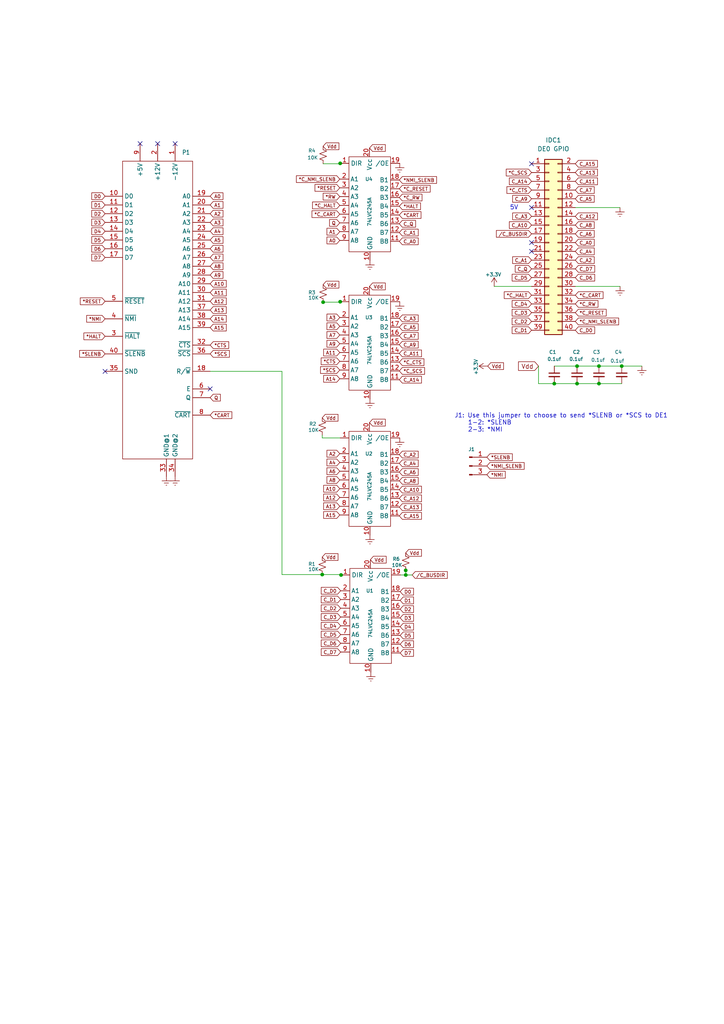
<source format=kicad_sch>
(kicad_sch (version 20211123) (generator eeschema)
  (paper "A4" portrait)
  (title_block (title "CoCo FPGA Hat (DE0 Version)") (date "2023-01-16") (rev "Rev 0") (company "RCC") (comment 1 "to 3.3v systems with voltage conversion") (comment 2 "Cartridge for TRS-80 Color Computers that expose the Computer BUS") (comment 3 "IDC connector pinout mapped for Altera DE0 FPGA Development Board"))
  (lib_symbols
    (symbol "74LVC245A_2"
      (property "Reference" "U" (at 0 0 0))
      (property "Value" "74LVC245A_2" (at 0 0 0))
      (symbol "74LVC245A_2_0_1"
        (rectangle (start -64.643 89.535) (end -52.578 61.976))
      )
      (symbol "74LVC245A_2_1_1"
        (pin input line (at -67.183 87.63 0) (length 2.54) (name "DIR") (number "1"))
        (pin power_in line (at -58.547 59.436 90) (length 2.54) (name "GND") (number "10"))
        (pin bidirectional line (at -50.038 65.024 180) (length 2.54) (name "B8") (number "11"))
        (pin bidirectional line (at -50.038 67.564 180) (length 2.54) (name "B7") (number "12"))
        (pin bidirectional line (at -50.038 70.104 180) (length 2.54) (name "B6") (number "13"))
        (pin bidirectional line (at -50.038 72.644 180) (length 2.54) (name "B5") (number "14"))
        (pin bidirectional line (at -50.038 75.184 180) (length 2.54) (name "B4") (number "15"))
        (pin bidirectional line (at -50.038 77.724 180) (length 2.54) (name "B3") (number "16"))
        (pin bidirectional line (at -50.038 80.264 180) (length 2.54) (name "B2") (number "17"))
        (pin bidirectional line (at -50.038 82.804 180) (length 2.54) (name "B1") (number "18"))
        (pin input line (at -49.911 87.63 180) (length 2.54) (name "/OE") (number "19"))
        (pin bidirectional line (at -67.31 83.058 0) (length 2.54) (name "A1") (number "2"))
        (pin power_in line (at -58.674 92.075 270) (length 2.54) (name "Vcc") (number "20"))
        (pin bidirectional line (at -67.31 80.518 0) (length 2.54) (name "A2") (number "3"))
        (pin bidirectional line (at -67.31 77.978 0) (length 2.54) (name "A3") (number "4"))
        (pin bidirectional line (at -67.31 75.438 0) (length 2.54) (name "A4") (number "5"))
        (pin bidirectional line (at -67.31 72.898 0) (length 2.54) (name "A5") (number "6"))
        (pin bidirectional line (at -67.31 70.358 0) (length 2.54) (name "A6") (number "7"))
        (pin bidirectional line (at -67.31 67.818 0) (length 2.54) (name "A7") (number "8"))
        (pin bidirectional line (at -67.31 65.278 0) (length 2.54) (name "A8") (number "9"))
      )
    )
    (symbol "74LVC245A_3"
      (property "Reference" "U" (at 0 0 0))
      (property "Value" "74LVC245A_3" (at 0 0 0))
      (symbol "74LVC245A_3_0_1"
        (rectangle (start -64.643 89.535) (end -52.578 61.976))
      )
      (symbol "74LVC245A_3_1_1"
        (pin input line (at -67.183 87.63 0) (length 2.54) (name "DIR") (number "1"))
        (pin power_in line (at -58.547 59.436 90) (length 2.54) (name "GND") (number "10"))
        (pin bidirectional line (at -50.038 65.024 180) (length 2.54) (name "B8") (number "11"))
        (pin bidirectional line (at -50.038 67.564 180) (length 2.54) (name "B7") (number "12"))
        (pin bidirectional line (at -50.038 70.104 180) (length 2.54) (name "B6") (number "13"))
        (pin bidirectional line (at -50.038 72.644 180) (length 2.54) (name "B5") (number "14"))
        (pin bidirectional line (at -50.038 75.184 180) (length 2.54) (name "B4") (number "15"))
        (pin bidirectional line (at -50.038 77.724 180) (length 2.54) (name "B3") (number "16"))
        (pin bidirectional line (at -50.038 80.264 180) (length 2.54) (name "B2") (number "17"))
        (pin bidirectional line (at -50.038 82.804 180) (length 2.54) (name "B1") (number "18"))
        (pin input line (at -49.911 87.63 180) (length 2.54) (name "/OE") (number "19"))
        (pin bidirectional line (at -67.31 83.058 0) (length 2.54) (name "A1") (number "2"))
        (pin power_in line (at -58.674 92.075 270) (length 2.54) (name "Vcc") (number "20"))
        (pin bidirectional line (at -67.31 80.518 0) (length 2.54) (name "A2") (number "3"))
        (pin bidirectional line (at -67.31 77.978 0) (length 2.54) (name "A3") (number "4"))
        (pin bidirectional line (at -67.31 75.438 0) (length 2.54) (name "A4") (number "5"))
        (pin bidirectional line (at -67.31 72.898 0) (length 2.54) (name "A5") (number "6"))
        (pin bidirectional line (at -67.31 70.358 0) (length 2.54) (name "A6") (number "7"))
        (pin bidirectional line (at -67.31 67.818 0) (length 2.54) (name "A7") (number "8"))
        (pin bidirectional line (at -67.31 65.278 0) (length 2.54) (name "A8") (number "9"))
      )
    )
    (symbol "74LVC245A_4"
      (property "Reference" "U" (at 0 0 0))
      (property "Value" "74LVC245A_4" (at 0 0 0))
      (symbol "74LVC245A_4_0_1"
        (rectangle (start -64.643 89.535) (end -52.578 61.976))
      )
      (symbol "74LVC245A_4_1_1"
        (pin input line (at -67.183 87.63 0) (length 2.54) (name "DIR") (number "1"))
        (pin power_in line (at -58.547 59.436 90) (length 2.54) (name "GND") (number "10"))
        (pin bidirectional line (at -50.038 65.024 180) (length 2.54) (name "B8") (number "11"))
        (pin bidirectional line (at -50.038 67.564 180) (length 2.54) (name "B7") (number "12"))
        (pin bidirectional line (at -50.038 70.104 180) (length 2.54) (name "B6") (number "13"))
        (pin bidirectional line (at -50.038 72.644 180) (length 2.54) (name "B5") (number "14"))
        (pin bidirectional line (at -50.038 75.184 180) (length 2.54) (name "B4") (number "15"))
        (pin bidirectional line (at -50.038 77.724 180) (length 2.54) (name "B3") (number "16"))
        (pin bidirectional line (at -50.038 80.264 180) (length 2.54) (name "B2") (number "17"))
        (pin bidirectional line (at -50.038 82.804 180) (length 2.54) (name "B1") (number "18"))
        (pin input line (at -49.911 87.63 180) (length 2.54) (name "/OE") (number "19"))
        (pin bidirectional line (at -67.31 83.058 0) (length 2.54) (name "A1") (number "2"))
        (pin power_in line (at -58.674 92.075 270) (length 2.54) (name "Vcc") (number "20"))
        (pin bidirectional line (at -67.31 80.518 0) (length 2.54) (name "A2") (number "3"))
        (pin bidirectional line (at -67.31 77.978 0) (length 2.54) (name "A3") (number "4"))
        (pin bidirectional line (at -67.31 75.438 0) (length 2.54) (name "A4") (number "5"))
        (pin bidirectional line (at -67.31 72.898 0) (length 2.54) (name "A5") (number "6"))
        (pin bidirectional line (at -67.31 70.358 0) (length 2.54) (name "A6") (number "7"))
        (pin bidirectional line (at -67.31 67.818 0) (length 2.54) (name "A7") (number "8"))
        (pin bidirectional line (at -67.31 65.278 0) (length 2.54) (name "A8") (number "9"))
      )
    )
    (symbol "Connector:Conn_01x03_Male" (pin_names (offset 1.016) hide)
      (property "Reference" "J" (at 0 5.08 0))
      (property "Value" "Conn_01x03_Male" (at 0 -5.08 0))
      (symbol "Conn_01x03_Male_1_1"
        (polyline (pts (xy 1.27 -2.54) (xy 0.8636 -2.54)) (stroke (width 0.1524)))
        (polyline (pts (xy 1.27 0) (xy 0.8636 0)) (stroke (width 0.1524)))
        (polyline (pts (xy 1.27 2.54) (xy 0.8636 2.54)) (stroke (width 0.1524)))
        (rectangle (start 0.8636 -2.413) (end 0 -2.667) (stroke (width 0.1524)) (fill (type outline)))
        (rectangle (start 0.8636 0.127) (end 0 -0.127) (stroke (width 0.1524)) (fill (type outline)))
        (rectangle (start 0.8636 2.667) (end 0 2.413) (stroke (width 0.1524)) (fill (type outline)))
        (pin passive line (at 5.08 2.54 180) (length 3.81) (name "Pin_1") (number "1"))
        (pin passive line (at 5.08 0 180) (length 3.81) (name "Pin_2") (number "2"))
        (pin passive line (at 5.08 -2.54 180) (length 3.81) (name "Pin_3") (number "3"))
      )
    )
    (symbol "Connector_Generic:Conn_02x20_Odd_Even" (pin_names (offset 1.016) hide)
      (property "Reference" "J" (at 1.27 25.4 0))
      (property "Value" "Conn_02x20_Odd_Even" (at 1.27 -27.94 0))
      (symbol "Conn_02x20_Odd_Even_1_1"
        (rectangle (start -1.27 -25.273) (end 0 -25.527) (stroke (width 0.1524)))
        (rectangle (start -1.27 -22.733) (end 0 -22.987) (stroke (width 0.1524)))
        (rectangle (start -1.27 -20.193) (end 0 -20.447) (stroke (width 0.1524)))
        (rectangle (start -1.27 -17.653) (end 0 -17.907) (stroke (width 0.1524)))
        (rectangle (start -1.27 -15.113) (end 0 -15.367) (stroke (width 0.1524)))
        (rectangle (start -1.27 -12.573) (end 0 -12.827) (stroke (width 0.1524)))
        (rectangle (start -1.27 -10.033) (end 0 -10.287) (stroke (width 0.1524)))
        (rectangle (start -1.27 -7.493) (end 0 -7.747) (stroke (width 0.1524)))
        (rectangle (start -1.27 -4.953) (end 0 -5.207) (stroke (width 0.1524)))
        (rectangle (start -1.27 -2.413) (end 0 -2.667) (stroke (width 0.1524)))
        (rectangle (start -1.27 0.127) (end 0 -0.127) (stroke (width 0.1524)))
        (rectangle (start -1.27 2.667) (end 0 2.413) (stroke (width 0.1524)))
        (rectangle (start -1.27 5.207) (end 0 4.953) (stroke (width 0.1524)))
        (rectangle (start -1.27 7.747) (end 0 7.493) (stroke (width 0.1524)))
        (rectangle (start -1.27 10.287) (end 0 10.033) (stroke (width 0.1524)))
        (rectangle (start -1.27 12.827) (end 0 12.573) (stroke (width 0.1524)))
        (rectangle (start -1.27 15.367) (end 0 15.113) (stroke (width 0.1524)))
        (rectangle (start -1.27 17.907) (end 0 17.653) (stroke (width 0.1524)))
        (rectangle (start -1.27 20.447) (end 0 20.193) (stroke (width 0.1524)))
        (rectangle (start -1.27 22.987) (end 0 22.733) (stroke (width 0.1524)))
        (rectangle (start -1.27 24.13) (end 3.81 -26.67) (stroke (width 0.254)) (fill (type background)))
        (rectangle (start 3.81 -25.273) (end 2.54 -25.527) (stroke (width 0.1524)))
        (rectangle (start 3.81 -22.733) (end 2.54 -22.987) (stroke (width 0.1524)))
        (rectangle (start 3.81 -20.193) (end 2.54 -20.447) (stroke (width 0.1524)))
        (rectangle (start 3.81 -17.653) (end 2.54 -17.907) (stroke (width 0.1524)))
        (rectangle (start 3.81 -15.113) (end 2.54 -15.367) (stroke (width 0.1524)))
        (rectangle (start 3.81 -12.573) (end 2.54 -12.827) (stroke (width 0.1524)))
        (rectangle (start 3.81 -10.033) (end 2.54 -10.287) (stroke (width 0.1524)))
        (rectangle (start 3.81 -7.493) (end 2.54 -7.747) (stroke (width 0.1524)))
        (rectangle (start 3.81 -4.953) (end 2.54 -5.207) (stroke (width 0.1524)))
        (rectangle (start 3.81 -2.413) (end 2.54 -2.667) (stroke (width 0.1524)))
        (rectangle (start 3.81 0.127) (end 2.54 -0.127) (stroke (width 0.1524)))
        (rectangle (start 3.81 2.667) (end 2.54 2.413) (stroke (width 0.1524)))
        (rectangle (start 3.81 5.207) (end 2.54 4.953) (stroke (width 0.1524)))
        (rectangle (start 3.81 7.747) (end 2.54 7.493) (stroke (width 0.1524)))
        (rectangle (start 3.81 10.287) (end 2.54 10.033) (stroke (width 0.1524)))
        (rectangle (start 3.81 12.827) (end 2.54 12.573) (stroke (width 0.1524)))
        (rectangle (start 3.81 15.367) (end 2.54 15.113) (stroke (width 0.1524)))
        (rectangle (start 3.81 17.907) (end 2.54 17.653) (stroke (width 0.1524)))
        (rectangle (start 3.81 20.447) (end 2.54 20.193) (stroke (width 0.1524)))
        (rectangle (start 3.81 22.987) (end 2.54 22.733) (stroke (width 0.1524)))
        (pin passive line (at -5.08 22.86 0) (length 3.81) (name "Pin_1") (number "1"))
        (pin passive line (at 7.62 12.7 180) (length 3.81) (name "Pin_10") (number "10"))
        (pin passive line (at -5.08 10.16 0) (length 3.81) (name "Pin_11") (number "11"))
        (pin passive line (at 7.62 10.16 180) (length 3.81) (name "Pin_12") (number "12"))
        (pin passive line (at -5.08 7.62 0) (length 3.81) (name "Pin_13") (number "13"))
        (pin passive line (at 7.62 7.62 180) (length 3.81) (name "Pin_14") (number "14"))
        (pin passive line (at -5.08 5.08 0) (length 3.81) (name "Pin_15") (number "15"))
        (pin passive line (at 7.62 5.08 180) (length 3.81) (name "Pin_16") (number "16"))
        (pin passive line (at -5.08 2.54 0) (length 3.81) (name "Pin_17") (number "17"))
        (pin passive line (at 7.62 2.54 180) (length 3.81) (name "Pin_18") (number "18"))
        (pin passive line (at -5.08 0 0) (length 3.81) (name "Pin_19") (number "19"))
        (pin passive line (at 7.62 22.86 180) (length 3.81) (name "Pin_2") (number "2"))
        (pin passive line (at 7.62 0 180) (length 3.81) (name "Pin_20") (number "20"))
        (pin passive line (at -5.08 -2.54 0) (length 3.81) (name "Pin_21") (number "21"))
        (pin passive line (at 7.62 -2.54 180) (length 3.81) (name "Pin_22") (number "22"))
        (pin passive line (at -5.08 -5.08 0) (length 3.81) (name "Pin_23") (number "23"))
        (pin passive line (at 7.62 -5.08 180) (length 3.81) (name "Pin_24") (number "24"))
        (pin passive line (at -5.08 -7.62 0) (length 3.81) (name "Pin_25") (number "25"))
        (pin passive line (at 7.62 -7.62 180) (length 3.81) (name "Pin_26") (number "26"))
        (pin passive line (at -5.08 -10.16 0) (length 3.81) (name "Pin_27") (number "27"))
        (pin passive line (at 7.62 -10.16 180) (length 3.81) (name "Pin_28") (number "28"))
        (pin passive line (at -5.08 -12.7 0) (length 3.81) (name "Pin_29") (number "29"))
        (pin passive line (at -5.08 20.32 0) (length 3.81) (name "Pin_3") (number "3"))
        (pin passive line (at 7.62 -12.7 180) (length 3.81) (name "Pin_30") (number "30"))
        (pin passive line (at -5.08 -15.24 0) (length 3.81) (name "Pin_31") (number "31"))
        (pin passive line (at 7.62 -15.24 180) (length 3.81) (name "Pin_32") (number "32"))
        (pin passive line (at -5.08 -17.78 0) (length 3.81) (name "Pin_33") (number "33"))
        (pin passive line (at 7.62 -17.78 180) (length 3.81) (name "Pin_34") (number "34"))
        (pin passive line (at -5.08 -20.32 0) (length 3.81) (name "Pin_35") (number "35"))
        (pin passive line (at 7.62 -20.32 180) (length 3.81) (name "Pin_36") (number "36"))
        (pin passive line (at -5.08 -22.86 0) (length 3.81) (name "Pin_37") (number "37"))
        (pin passive line (at 7.62 -22.86 180) (length 3.81) (name "Pin_38") (number "38"))
        (pin passive line (at -5.08 -25.4 0) (length 3.81) (name "Pin_39") (number "39"))
        (pin passive line (at 7.62 20.32 180) (length 3.81) (name "Pin_4") (number "4"))
        (pin passive line (at 7.62 -25.4 180) (length 3.81) (name "Pin_40") (number "40"))
        (pin passive line (at -5.08 17.78 0) (length 3.81) (name "Pin_5") (number "5"))
        (pin passive line (at 7.62 17.78 180) (length 3.81) (name "Pin_6") (number "6"))
        (pin passive line (at -5.08 15.24 0) (length 3.81) (name "Pin_7") (number "7"))
        (pin passive line (at 7.62 15.24 180) (length 3.81) (name "Pin_8") (number "8"))
        (pin passive line (at -5.08 12.7 0) (length 3.81) (name "Pin_9") (number "9"))
      )
    )
    (symbol "Device:C_Small" (pin_numbers hide) (pin_names (offset 0.254) hide)
      (property "Reference" "C" (at 0.254 1.778 0))
      (property "Value" "C_Small" (at 0.254 -2.032 0))
      (symbol "C_Small_0_1"
        (polyline (pts (xy -1.524 -0.508) (xy 1.524 -0.508)) (stroke (width 0.3302)))
        (polyline (pts (xy -1.524 0.508) (xy 1.524 0.508)) (stroke (width 0.3048)))
      )
      (symbol "C_Small_1_1"
        (pin passive line (at 0 2.54 270) (length 2.032) (name "~") (number "1"))
        (pin passive line (at 0 -2.54 90) (length 2.032) (name "~") (number "2"))
      )
    )
    (symbol "Device:R_Small_US" (pin_numbers hide) (pin_names (offset 0.254) hide)
      (property "Reference" "R" (at 0.762 0.508 0))
      (property "Value" "R_Small_US" (at 0.762 -1.016 0))
      (symbol "R_Small_US_1_1"
        (polyline (pts (xy 0 0) (xy 1.016 -0.381) (xy 0 -0.762) (xy -1.016 -1.143) (xy 0 -1.524)))
        (polyline (pts (xy 0 1.524) (xy 1.016 1.143) (xy 0 0.762) (xy -1.016 0.381) (xy 0 0)))
        (pin passive line (at 0 2.54 270) (length 1.016) (name "~") (number "1"))
        (pin passive line (at 0 -2.54 90) (length 1.016) (name "~") (number "2"))
      )
    )
    (symbol "Roni Symbols:CoCo_Slot_BarePCB"
      (property "Reference" "P" (at 10.16 40.64 0))
      (symbol "CoCo_Slot_BarePCB_1_0"
        (rectangle (start -10.16 40.64) (end 10.16 -45.72))
        (pin passive line (at 5.08 45.72 270) (length 5.08) (name "-12V") (number "1"))
        (pin bidirectional line (at -15.24 30.48 0) (length 5.08) (name "D0") (number "10"))
        (pin bidirectional line (at -15.24 27.94 0) (length 5.08) (name "D1") (number "11"))
        (pin bidirectional line (at -15.24 25.4 0) (length 5.08) (name "D2") (number "12"))
        (pin bidirectional line (at -15.24 22.86 0) (length 5.08) (name "D3") (number "13"))
        (pin bidirectional line (at -15.24 20.32 0) (length 5.08) (name "D4") (number "14"))
        (pin bidirectional line (at -15.24 17.78 0) (length 5.08) (name "D5") (number "15"))
        (pin bidirectional line (at -15.24 15.24 0) (length 5.08) (name "D6") (number "16"))
        (pin bidirectional line (at -15.24 12.7 0) (length 5.08) (name "D7") (number "17"))
        (pin output line (at 15.24 -20.32 180) (length 5.08) (name "R/~{W}") (number "18"))
        (pin output line (at 15.24 30.48 180) (length 5.08) (name "A0") (number "19"))
        (pin passive line (at 0 45.72 270) (length 5.08) (name "+12V") (number "2"))
        (pin output line (at 15.24 27.94 180) (length 5.08) (name "A1") (number "20"))
        (pin output line (at 15.24 25.4 180) (length 5.08) (name "A2") (number "21"))
        (pin output line (at 15.24 22.86 180) (length 5.08) (name "A3") (number "22"))
        (pin output line (at 15.24 20.32 180) (length 5.08) (name "A4") (number "23"))
        (pin output line (at 15.24 17.78 180) (length 5.08) (name "A5") (number "24"))
        (pin output line (at 15.24 15.24 180) (length 5.08) (name "A6") (number "25"))
        (pin output line (at 15.24 12.7 180) (length 5.08) (name "A7") (number "26"))
        (pin output line (at 15.24 10.16 180) (length 5.08) (name "A8") (number "27"))
        (pin output line (at 15.24 7.62 180) (length 5.08) (name "A9") (number "28"))
        (pin output line (at 15.24 5.08 180) (length 5.08) (name "A10") (number "29"))
        (pin bidirectional line (at -15.24 -10.16 0) (length 5.08) (name "~{HALT}") (number "3"))
        (pin output line (at 15.24 2.54 180) (length 5.08) (name "A11") (number "30"))
        (pin output line (at 15.24 0 180) (length 5.08) (name "A12") (number "31"))
        (pin output line (at 15.24 -12.7 180) (length 5.08) (name "~{CTS}") (number "32"))
        (pin passive line (at 2.54 -50.8 90) (length 5.08) (name "GND@1") (number "33"))
        (pin passive line (at 5.08 -50.8 90) (length 5.08) (name "GND@2") (number "34"))
        (pin bidirectional line (at -15.24 -20.32 0) (length 5.08) (name "SND") (number "35"))
        (pin output line (at 15.24 -15.24 180) (length 5.08) (name "~{SCS}") (number "36"))
        (pin output line (at 15.24 -2.54 180) (length 5.08) (name "A13") (number "37"))
        (pin output line (at 15.24 -5.08 180) (length 5.08) (name "A14") (number "38"))
        (pin output line (at 15.24 -7.62 180) (length 5.08) (name "A15") (number "39"))
        (pin bidirectional line (at -15.24 -5.08 0) (length 5.08) (name "~{NMI}") (number "4"))
        (pin input line (at -15.24 -15.24 0) (length 5.08) (name "~{SLENB}") (number "40"))
        (pin bidirectional line (at -15.24 0 0) (length 5.08) (name "~{RESET}") (number "5"))
        (pin output line (at 15.24 -25.4 180) (length 5.08) (name "E") (number "6"))
        (pin output line (at 15.24 -27.94 180) (length 5.08) (name "Q") (number "7"))
        (pin input line (at 15.24 -33.02 180) (length 5.08) (name "~{CART}") (number "8"))
        (pin passive line (at -5.08 45.72 270) (length 5.08) (name "+5V") (number "9"))
      )
    )
    (symbol "Roni:74LVC245A"
      (property "Reference" "U" (at 0 0 0))
      (property "Value" "74LVC245A" (at 0 0 0))
      (symbol "74LVC245A_0_1"
        (rectangle (start -64.643 89.535) (end -52.578 61.976))
      )
      (symbol "74LVC245A_1_1"
        (pin input line (at -67.183 87.63 0) (length 2.54) (name "DIR") (number "1"))
        (pin power_in line (at -58.547 59.436 90) (length 2.54) (name "GND") (number "10"))
        (pin bidirectional line (at -50.038 65.024 180) (length 2.54) (name "B8") (number "11"))
        (pin bidirectional line (at -50.038 67.564 180) (length 2.54) (name "B7") (number "12"))
        (pin bidirectional line (at -50.038 70.104 180) (length 2.54) (name "B6") (number "13"))
        (pin bidirectional line (at -50.038 72.644 180) (length 2.54) (name "B5") (number "14"))
        (pin bidirectional line (at -50.038 75.184 180) (length 2.54) (name "B4") (number "15"))
        (pin bidirectional line (at -50.038 77.724 180) (length 2.54) (name "B3") (number "16"))
        (pin bidirectional line (at -50.038 80.264 180) (length 2.54) (name "B2") (number "17"))
        (pin bidirectional line (at -50.038 82.804 180) (length 2.54) (name "B1") (number "18"))
        (pin input line (at -49.911 87.63 180) (length 2.54) (name "/OE") (number "19"))
        (pin bidirectional line (at -67.31 83.058 0) (length 2.54) (name "A1") (number "2"))
        (pin power_in line (at -58.674 92.075 270) (length 2.54) (name "Vcc") (number "20"))
        (pin bidirectional line (at -67.31 80.518 0) (length 2.54) (name "A2") (number "3"))
        (pin bidirectional line (at -67.31 77.978 0) (length 2.54) (name "A3") (number "4"))
        (pin bidirectional line (at -67.31 75.438 0) (length 2.54) (name "A4") (number "5"))
        (pin bidirectional line (at -67.31 72.898 0) (length 2.54) (name "A5") (number "6"))
        (pin bidirectional line (at -67.31 70.358 0) (length 2.54) (name "A6") (number "7"))
        (pin bidirectional line (at -67.31 67.818 0) (length 2.54) (name "A7") (number "8"))
        (pin bidirectional line (at -67.31 65.278 0) (length 2.54) (name "A8") (number "9"))
      )
    )
    (symbol "power:+3.3V" (power) (pin_names (offset 0))
      (property "Value" "+3.3V" (at 0 3.556 0))
      (symbol "+3.3V_0_1"
        (polyline (pts (xy -0.762 1.27) (xy 0 2.54)))
        (polyline (pts (xy 0 0) (xy 0 2.54)))
        (polyline (pts (xy 0 2.54) (xy 0.762 1.27)))
      )
      (symbol "+3.3V_1_1"
        (pin power_in line (at 0 0 90) (length 0) hide (name "+3.3V") (number "1"))
      )
    )
    (symbol "power:GNDREF" (power) (pin_names (offset 0))
      (property "Value" "GNDREF" (at 0 -3.81 0))
      (symbol "GNDREF_0_1"
        (polyline (pts (xy -0.635 -1.905) (xy 0.635 -1.905)))
        (polyline (pts (xy -0.127 -2.54) (xy 0.127 -2.54)))
        (polyline (pts (xy 0 -1.27) (xy 0 0)))
        (polyline (pts (xy 1.27 -1.27) (xy -1.27 -1.27)))
      )
      (symbol "GNDREF_1_1"
        (pin power_in line (at 0 0 270) (length 0) hide (name "GNDREF") (number "1"))
      )
    )
  )
  (junction (at 167.386 106.172))
  (junction (at 180.34 106.172))
  (junction (at 98.933 166.751))
  (junction (at 173.736 106.172))
  (junction (at 173.736 111.252))
  (junction (at 98.679 47.371))
  (junction (at 167.386 111.252))
  (junction (at 98.679 87.503))
  (junction (at 160.782 111.252))
  (junction (at 117.6788 165.4117))
  (junction (at 93.726 87.63))
  (junction (at 93.472 166.624))
  (junction (at 117.7027 166.751))
  (no_connect (at 154.178 47.498))
  (no_connect (at 60.96 112.776))
  (no_connect (at 154.178 72.898))
  (no_connect (at 45.72 41.656))
  (no_connect (at 40.64 41.656))
  (no_connect (at 154.178 60.198))
  (no_connect (at 154.178 70.358))
  (no_connect (at 30.48 107.696))
  (no_connect (at 50.8 41.656))
  (wire (pts (xy 81.788 107.696) (xy 81.788 166.624)))
  (wire (pts (xy 81.788 166.624) (xy 93.472 166.624)))
  (wire (pts (xy 180.34 106.172) (xy 186.182 106.172)))
  (wire (pts (xy 98.679 87.63) (xy 98.679 87.503)))
  (wire (pts (xy 98.933 166.624) (xy 98.933 166.751)))
  (wire (pts (xy 173.736 106.172) (xy 180.34 106.172)))
  (wire (pts (xy 93.472 126.238) (xy 93.472 127)))
  (wire (pts (xy 160.782 106.172) (xy 167.386 106.172)))
  (wire (pts (xy 167.386 106.172) (xy 173.736 106.172)))
  (wire (pts (xy 93.726 87.6914) (xy 93.726 87.63)))
  (wire (pts (xy 117.7027 165.4117) (xy 117.6788 165.4117)))
  (wire (pts (xy 143.3397 83.058) (xy 154.178 83.058)))
  (wire (pts (xy 166.878 83.058) (xy 179.8596 83.058)))
  (wire (pts (xy 117.7027 166.751) (xy 119.5564 166.751)))
  (wire (pts (xy 117.7027 166.751) (xy 117.7027 165.4117)))
  (wire (pts (xy 93.472 127) (xy 98.679 127)))
  (wire (pts (xy 167.386 111.252) (xy 173.736 111.252)))
  (wire (pts (xy 60.96 107.696) (xy 81.788 107.696)))
  (wire (pts (xy 98.679 47.498) (xy 98.679 47.371)))
  (wire (pts (xy 156.21 111.252) (xy 160.782 111.252)))
  (wire (pts (xy 160.782 111.252) (xy 167.386 111.252)))
  (wire (pts (xy 166.878 60.198) (xy 179.832 60.198)))
  (wire (pts (xy 93.726 47.498) (xy 98.679 47.498)))
  (wire (pts (xy 93.726 87.63) (xy 98.679 87.63)))
  (wire (pts (xy 116.205 166.751) (xy 117.7027 166.751)))
  (wire (pts (xy 173.736 111.252) (xy 180.34 111.252)))
  (wire (pts (xy 93.472 166.624) (xy 98.933 166.624)))
  (wire (pts (xy 156.21 106.172) (xy 156.21 111.252)))
  (text "J1: Use this jumper to choose to send *SLENB or *SCS to DE1\n    1-2: *SLENB\n    2-3: *NMI\n" (at 131.826 125.476 0) (effects (font (size 1.27 1.27)) (justify left bottom)))
  (text "5V" (at 147.859 61.0374 0) (effects (font (size 1.27 1.27)) (justify left bottom)))
  (global_label "Vdd" (shape input) (at 107.188 122.555 0) (effects (font (size 1 1))) (property "Intersheet References" "${INTERSHEET_REFS}" (effects hide)))
  (global_label "C_D5" (shape input) (at 154.178 80.518 180) (effects (font (size 1 1))) (property "Intersheet References" "${INTERSHEET_REFS}" (effects hide)))
  (global_label "A9" (shape input) (at 98.552 99.695 180) (effects (font (size 1 1))) (property "Intersheet References" "${INTERSHEET_REFS}" (effects hide)))
  (global_label "*CTS" (shape input) (at 98.552 104.775 180) (effects (font (size 1 1))) (property "Intersheet References" "${INTERSHEET_REFS}" (effects hide)))
  (global_label "Vdd" (shape input) (at 107.442 162.306 0) (effects (font (size 1 1))) (property "Intersheet References" "${INTERSHEET_REFS}" (effects hide)))
  (global_label "C_A13" (shape input) (at 115.824 147.066 0) (effects (font (size 1 1))) (property "Intersheet References" "${INTERSHEET_REFS}" (effects hide)))
  (global_label "C_A6" (shape input) (at 115.824 136.906 0) (effects (font (size 1 1))) (property "Intersheet References" "${INTERSHEET_REFS}" (effects hide)))
  (global_label "A5" (shape input) (at 60.96 69.596 0) (effects (font (size 1 1))) (property "Intersheet References" "${INTERSHEET_REFS}" (effects hide)))
  (global_label "C_A7" (shape input) (at 166.878 55.118 0) (effects (font (size 1 1))) (property "Intersheet References" "${INTERSHEET_REFS}" (effects hide)))
  (global_label "*C_NMI_SLENB" (shape input) (at 166.878 93.218 0) (effects (font (size 1 1))) (property "Intersheet References" "${INTERSHEET_REFS}" (effects hide)))
  (global_label "C_A4" (shape input) (at 166.878 72.898 0) (effects (font (size 1 1))) (property "Intersheet References" "${INTERSHEET_REFS}" (effects hide)))
  (global_label "A1" (shape input) (at 60.96 59.436 0) (effects (font (size 1 1))) (property "Intersheet References" "${INTERSHEET_REFS}" (effects hide)))
  (global_label "{slash}C_BUSDIR" (shape input) (at 154.178 67.818 180) (effects (font (size 1 1))) (property "Intersheet References" "${INTERSHEET_REFS}" (effects hide)))
  (global_label "*C_RESET" (shape input) (at 115.824 54.737 0) (effects (font (size 1 1))) (property "Intersheet References" "${INTERSHEET_REFS}" (effects hide)))
  (global_label "D5" (shape input) (at 116.078 184.277 0) (effects (font (size 1 1))) (property "Intersheet References" "${INTERSHEET_REFS}" (effects hide)))
  (global_label "C_A0" (shape input) (at 166.878 70.358 0) (effects (font (size 1 1))) (property "Intersheet References" "${INTERSHEET_REFS}" (effects hide)))
  (global_label "C_A2" (shape input) (at 166.878 75.438 0) (effects (font (size 1 1))) (property "Intersheet References" "${INTERSHEET_REFS}" (effects hide)))
  (global_label "*NMI" (shape input) (at 30.48 92.456 180) (effects (font (size 1 1))) (property "Intersheet References" "${INTERSHEET_REFS}" (effects hide)))
  (global_label "A10" (shape input) (at 60.96 82.296 0) (effects (font (size 1 1))) (property "Intersheet References" "${INTERSHEET_REFS}" (effects hide)))
  (global_label "*C_CART" (shape input) (at 166.878 85.598 0) (effects (font (size 1 1))) (property "Intersheet References" "${INTERSHEET_REFS}" (effects hide)))
  (global_label "A15" (shape input) (at 60.96 94.996 0) (effects (font (size 1 1))) (property "Intersheet References" "${INTERSHEET_REFS}" (effects hide)))
  (global_label "C_D0" (shape input) (at 98.806 171.323 180) (effects (font (size 1 1))) (property "Intersheet References" "${INTERSHEET_REFS}" (effects hide)))
  (global_label "C_D0" (shape input) (at 166.878 95.758 0) (effects (font (size 1 1))) (property "Intersheet References" "${INTERSHEET_REFS}" (effects hide)))
  (global_label "Vdd" (shape input) (at 93.726 82.55 0) (effects (font (size 1 1))) (property "Intersheet References" "${INTERSHEET_REFS}" (effects hide)))
  (global_label "*C_SCS" (shape input) (at 154.178 50.038 180) (effects (font (size 1 1))) (property "Intersheet References" "${INTERSHEET_REFS}" (effects hide)))
  (global_label "C_D7" (shape input) (at 98.806 189.103 180) (effects (font (size 1 1))) (property "Intersheet References" "${INTERSHEET_REFS}" (effects hide)))
  (global_label "A0" (shape input) (at 60.96 56.896 0) (effects (font (size 1 1))) (property "Intersheet References" "${INTERSHEET_REFS}" (effects hide)))
  (global_label "*RESET" (shape input) (at 30.48 87.376 180) (effects (font (size 1 1))) (property "Intersheet References" "${INTERSHEET_REFS}" (effects hide)))
  (global_label "*NMI" (shape input) (at 141.224 137.668 0) (effects (font (size 1 1))) (property "Intersheet References" "${INTERSHEET_REFS}" (effects hide)))
  (global_label "C_A12" (shape input) (at 115.824 144.526 0) (effects (font (size 1 1))) (property "Intersheet References" "${INTERSHEET_REFS}" (effects hide)))
  (global_label "A1" (shape input) (at 98.552 67.183 180) (effects (font (size 1 1))) (property "Intersheet References" "${INTERSHEET_REFS}" (effects hide)))
  (global_label "C_A10" (shape input) (at 154.178 65.278 180) (effects (font (size 1 1))) (property "Intersheet References" "${INTERSHEET_REFS}" (effects hide)))
  (global_label "C_A9" (shape input) (at 154.178 57.658 180) (effects (font (size 1 1))) (property "Intersheet References" "${INTERSHEET_REFS}" (effects hide)))
  (global_label "A7" (shape input) (at 60.96 74.676 0) (effects (font (size 1 1))) (property "Intersheet References" "${INTERSHEET_REFS}" (effects hide)))
  (global_label "*C_CTS" (shape input) (at 154.178 55.118 180) (effects (font (size 1 1))) (property "Intersheet References" "${INTERSHEET_REFS}" (effects hide)))
  (global_label "A10" (shape input) (at 98.552 141.732 180) (effects (font (size 1 1))) (property "Intersheet References" "${INTERSHEET_REFS}" (effects hide)))
  (global_label "D3" (shape input) (at 30.48 64.516 180) (effects (font (size 1 1))) (property "Intersheet References" "${INTERSHEET_REFS}" (effects hide)))
  (global_label "*HALT" (shape input) (at 115.824 59.817 0) (effects (font (size 1 1))) (property "Intersheet References" "${INTERSHEET_REFS}" (effects hide)))
  (global_label "C_D5" (shape input) (at 98.806 184.023 180) (effects (font (size 1 1))) (property "Intersheet References" "${INTERSHEET_REFS}" (effects hide)))
  (global_label "C_A8" (shape input) (at 115.824 139.446 0) (effects (font (size 1 1))) (property "Intersheet References" "${INTERSHEET_REFS}" (effects hide)))
  (global_label "C_A8" (shape input) (at 166.878 65.278 0) (effects (font (size 1 1))) (property "Intersheet References" "${INTERSHEET_REFS}" (effects hide)))
  (global_label "D6" (shape input) (at 116.078 186.817 0) (effects (font (size 1 1))) (property "Intersheet References" "${INTERSHEET_REFS}" (effects hide)))
  (global_label "D3" (shape input) (at 116.078 179.197 0) (effects (font (size 1 1))) (property "Intersheet References" "${INTERSHEET_REFS}" (effects hide)))
  (global_label "D4" (shape input) (at 30.48 67.056 180) (effects (font (size 1 1))) (property "Intersheet References" "${INTERSHEET_REFS}" (effects hide)))
  (global_label "D0" (shape input) (at 116.078 171.577 0) (effects (font (size 1 1))) (property "Intersheet References" "${INTERSHEET_REFS}" (effects hide)))
  (global_label "C_A15" (shape input) (at 166.878 47.498 0) (effects (font (size 1 1))) (property "Intersheet References" "${INTERSHEET_REFS}" (effects hide)))
  (global_label "C_D2" (shape input) (at 98.806 176.403 180) (effects (font (size 1 1))) (property "Intersheet References" "${INTERSHEET_REFS}" (effects hide)))
  (global_label "*CTS" (shape input) (at 60.96 100.076 0) (effects (font (size 1 1))) (property "Intersheet References" "${INTERSHEET_REFS}" (effects hide)))
  (global_label "*HALT" (shape input) (at 30.48 97.536 180) (effects (font (size 1 1))) (property "Intersheet References" "${INTERSHEET_REFS}" (effects hide)))
  (global_label "C_A3" (shape input) (at 154.178 62.738 180) (effects (font (size 1 1))) (property "Intersheet References" "${INTERSHEET_REFS}" (effects hide)))
  (global_label "C_Q" (shape input) (at 154.178 77.978 180) (effects (font (size 1 1))) (property "Intersheet References" "${INTERSHEET_REFS}" (effects hide)))
  (global_label "A15" (shape input) (at 98.552 149.352 180) (effects (font (size 1 1))) (property "Intersheet References" "${INTERSHEET_REFS}" (effects hide)))
  (global_label "D6" (shape input) (at 30.48 72.136 180) (effects (font (size 1 1))) (property "Intersheet References" "${INTERSHEET_REFS}" (effects hide)))
  (global_label "C_D3" (shape input) (at 154.178 90.678 180) (effects (font (size 1 1))) (property "Intersheet References" "${INTERSHEET_REFS}" (effects hide)))
  (global_label "C_A6" (shape input) (at 166.878 67.818 0) (effects (font (size 1 1))) (property "Intersheet References" "${INTERSHEET_REFS}" (effects hide)))
  (global_label "C_A12" (shape input) (at 166.878 62.738 0) (effects (font (size 1 1))) (property "Intersheet References" "${INTERSHEET_REFS}" (effects hide)))
  (global_label "C_A4" (shape input) (at 115.824 134.366 0) (effects (font (size 1 1))) (property "Intersheet References" "${INTERSHEET_REFS}" (effects hide)))
  (global_label "*NMI_SLENB" (shape input) (at 115.824 52.197 0) (effects (font (size 1 1))) (property "Intersheet References" "${INTERSHEET_REFS}" (effects hide)))
  (global_label "C_A2" (shape input) (at 115.824 131.826 0) (effects (font (size 1 1))) (property "Intersheet References" "${INTERSHEET_REFS}" (effects hide)))
  (global_label "*CART" (shape input) (at 115.824 62.357 0) (effects (font (size 1 1))) (property "Intersheet References" "${INTERSHEET_REFS}" (effects hide)))
  (global_label "A6" (shape input) (at 98.552 136.652 180) (effects (font (size 1 1))) (property "Intersheet References" "${INTERSHEET_REFS}" (effects hide)))
  (global_label "*C_SCS" (shape input) (at 115.824 107.569 0) (effects (font (size 1 1))) (property "Intersheet References" "${INTERSHEET_REFS}" (effects hide)))
  (global_label "{slash}C_BUSDIR" (shape input) (at 119.5564 166.751 0) (effects (font (size 1 1))) (property "Intersheet References" "${INTERSHEET_REFS}" (effects hide)))
  (global_label "C_D2" (shape input) (at 154.178 93.218 180) (effects (font (size 1 1))) (property "Intersheet References" "${INTERSHEET_REFS}" (effects hide)))
  (global_label "Vdd" (shape input) (at 93.472 121.158 0) (effects (font (size 1 1))) (property "Intersheet References" "${INTERSHEET_REFS}" (effects hide)))
  (global_label "A3" (shape input) (at 98.552 92.075 180) (effects (font (size 1 1))) (property "Intersheet References" "${INTERSHEET_REFS}" (effects hide)))
  (global_label "D2" (shape input) (at 30.48 61.976 180) (effects (font (size 1 1))) (property "Intersheet References" "${INTERSHEET_REFS}" (effects hide)))
  (global_label "A11" (shape input) (at 98.552 102.235 180) (effects (font (size 1 1))) (property "Intersheet References" "${INTERSHEET_REFS}" (effects hide)))
  (global_label "Vdd" (shape input) (at 156.21 106.172 180) (property "Intersheet References" "${INTERSHEET_REFS}" (effects hide)))
  (global_label "C_A11" (shape input) (at 115.824 102.489 0) (effects (font (size 1 1))) (property "Intersheet References" "${INTERSHEET_REFS}" (effects hide)))
  (global_label "A14" (shape input) (at 98.552 109.855 180) (effects (font (size 1 1))) (property "Intersheet References" "${INTERSHEET_REFS}" (effects hide)))
  (global_label "*SLENB" (shape input) (at 141.224 132.588 0) (effects (font (size 1 1))) (property "Intersheet References" "${INTERSHEET_REFS}" (effects hide)))
  (global_label "*C_CTS" (shape input) (at 115.824 105.029 0) (effects (font (size 1 1))) (property "Intersheet References" "${INTERSHEET_REFS}" (effects hide)))
  (global_label "C_D3" (shape input) (at 98.806 178.943 180) (effects (font (size 1 1))) (property "Intersheet References" "${INTERSHEET_REFS}" (effects hide)))
  (global_label "A0" (shape input) (at 98.552 69.723 180) (effects (font (size 1 1))) (property "Intersheet References" "${INTERSHEET_REFS}" (effects hide)))
  (global_label "A8" (shape input) (at 98.552 139.192 180) (effects (font (size 1 1))) (property "Intersheet References" "${INTERSHEET_REFS}" (effects hide)))
  (global_label "*C_CART" (shape input) (at 98.552 62.103 180) (effects (font (size 1 1))) (property "Intersheet References" "${INTERSHEET_REFS}" (effects hide)))
  (global_label "C_A0" (shape input) (at 115.824 69.977 0) (effects (font (size 1 1))) (property "Intersheet References" "${INTERSHEET_REFS}" (effects hide)))
  (global_label "D2" (shape input) (at 116.078 176.657 0) (effects (font (size 1 1))) (property "Intersheet References" "${INTERSHEET_REFS}" (effects hide)))
  (global_label "A5" (shape input) (at 98.552 94.615 180) (effects (font (size 1 1))) (property "Intersheet References" "${INTERSHEET_REFS}" (effects hide)))
  (global_label "*SLENB" (shape input) (at 30.48 102.616 180) (effects (font (size 1 1))) (property "Intersheet References" "${INTERSHEET_REFS}" (effects hide)))
  (global_label "Vdd" (shape input) (at 117.6788 160.3317 0) (effects (font (size 1 1))) (property "Intersheet References" "${INTERSHEET_REFS}" (effects hide)))
  (global_label "C_D1" (shape input) (at 154.178 95.758 180) (effects (font (size 1 1))) (property "Intersheet References" "${INTERSHEET_REFS}" (effects hide)))
  (global_label "*NMI_SLENB" (shape input) (at 141.224 135.128 0) (effects (font (size 1 1))) (property "Intersheet References" "${INTERSHEET_REFS}" (effects hide)))
  (global_label "*C_HALT" (shape input) (at 154.178 85.598 180) (effects (font (size 1 1))) (property "Intersheet References" "${INTERSHEET_REFS}" (effects hide)))
  (global_label "C_A1" (shape input) (at 154.178 75.438 180) (effects (font (size 1 1))) (property "Intersheet References" "${INTERSHEET_REFS}" (effects hide)))
  (global_label "*SCS" (shape input) (at 98.552 107.315 180) (effects (font (size 1 1))) (property "Intersheet References" "${INTERSHEET_REFS}" (effects hide)))
  (global_label "D5" (shape input) (at 30.48 69.596 180) (effects (font (size 1 1))) (property "Intersheet References" "${INTERSHEET_REFS}" (effects hide)))
  (global_label "C_D4" (shape input) (at 98.806 181.483 180) (effects (font (size 1 1))) (property "Intersheet References" "${INTERSHEET_REFS}" (effects hide)))
  (global_label "*C_RW" (shape input) (at 115.824 57.277 0) (effects (font (size 1 1))) (property "Intersheet References" "${INTERSHEET_REFS}" (effects hide)))
  (global_label "A12" (shape input) (at 98.552 144.272 180) (effects (font (size 1 1))) (property "Intersheet References" "${INTERSHEET_REFS}" (effects hide)))
  (global_label "C_D7" (shape input) (at 166.878 77.978 0) (effects (font (size 1 1))) (property "Intersheet References" "${INTERSHEET_REFS}" (effects hide)))
  (global_label "A6" (shape input) (at 60.96 72.136 0) (effects (font (size 1 1))) (property "Intersheet References" "${INTERSHEET_REFS}" (effects hide)))
  (global_label "C_A1" (shape input) (at 115.824 67.437 0) (effects (font (size 1 1))) (property "Intersheet References" "${INTERSHEET_REFS}" (effects hide)))
  (global_label "*C_HALT" (shape input) (at 98.552 59.563 180) (effects (font (size 1 1))) (property "Intersheet References" "${INTERSHEET_REFS}" (effects hide)))
  (global_label "Vdd" (shape input) (at 141.478 106.172 0) (effects (font (size 1 1))) (property "Intersheet References" "${INTERSHEET_REFS}" (effects hide)))
  (global_label "D7" (shape input) (at 116.078 189.357 0) (effects (font (size 1 1))) (property "Intersheet References" "${INTERSHEET_REFS}" (effects hide)))
  (global_label "C_A7" (shape input) (at 115.824 97.409 0) (effects (font (size 1 1))) (property "Intersheet References" "${INTERSHEET_REFS}" (effects hide)))
  (global_label "*SCS" (shape input) (at 60.96 102.616 0) (effects (font (size 1 1))) (property "Intersheet References" "${INTERSHEET_REFS}" (effects hide)))
  (global_label "A3" (shape input) (at 60.96 64.516 0) (effects (font (size 1 1))) (property "Intersheet References" "${INTERSHEET_REFS}" (effects hide)))
  (global_label "A2" (shape input) (at 98.552 131.572 180) (effects (font (size 1 1))) (property "Intersheet References" "${INTERSHEET_REFS}" (effects hide)))
  (global_label "C_Q" (shape input) (at 115.824 64.897 0) (effects (font (size 1 1))) (property "Intersheet References" "${INTERSHEET_REFS}" (effects hide)))
  (global_label "C_D1" (shape input) (at 98.806 173.863 180) (effects (font (size 1 1))) (property "Intersheet References" "${INTERSHEET_REFS}" (effects hide)))
  (global_label "C_A10" (shape input) (at 115.824 141.986 0) (effects (font (size 1 1))) (property "Intersheet References" "${INTERSHEET_REFS}" (effects hide)))
  (global_label "A13" (shape input) (at 98.552 146.812 180) (effects (font (size 1 1))) (property "Intersheet References" "${INTERSHEET_REFS}" (effects hide)))
  (global_label "Q" (shape input) (at 98.552 64.643 180) (effects (font (size 1 1))) (property "Intersheet References" "${INTERSHEET_REFS}" (effects hide)))
  (global_label "*RESET" (shape input) (at 98.552 54.483 180) (effects (font (size 1 1))) (property "Intersheet References" "${INTERSHEET_REFS}" (effects hide)))
  (global_label "C_D4" (shape input) (at 154.178 88.138 180) (effects (font (size 1 1))) (property "Intersheet References" "${INTERSHEET_REFS}" (effects hide)))
  (global_label "D1" (shape input) (at 30.48 59.436 180) (effects (font (size 1 1))) (property "Intersheet References" "${INTERSHEET_REFS}" (effects hide)))
  (global_label "C_A14" (shape input) (at 154.178 52.578 180) (effects (font (size 1 1))) (property "Intersheet References" "${INTERSHEET_REFS}" (effects hide)))
  (global_label "*CART" (shape input) (at 60.96 120.396 0) (effects (font (size 1 1))) (property "Intersheet References" "${INTERSHEET_REFS}" (effects hide)))
  (global_label "Q" (shape input) (at 60.96 115.316 0) (effects (font (size 1 1))) (property "Intersheet References" "${INTERSHEET_REFS}" (effects hide)))
  (global_label "C_A5" (shape input) (at 166.878 57.658 0) (effects (font (size 1 1))) (property "Intersheet References" "${INTERSHEET_REFS}" (effects hide)))
  (global_label "C_A9" (shape input) (at 115.824 99.949 0) (effects (font (size 1 1))) (property "Intersheet References" "${INTERSHEET_REFS}" (effects hide)))
  (global_label "C_D6" (shape input) (at 166.878 80.518 0) (effects (font (size 1 1))) (property "Intersheet References" "${INTERSHEET_REFS}" (effects hide)))
  (global_label "*RW" (shape input) (at 98.552 57.023 180) (effects (font (size 1 1))) (property "Intersheet References" "${INTERSHEET_REFS}" (effects hide)))
  (global_label "D1" (shape input) (at 116.078 174.117 0) (effects (font (size 1 1))) (property "Intersheet References" "${INTERSHEET_REFS}" (effects hide)))
  (global_label "A12" (shape input) (at 60.96 87.376 0) (effects (font (size 1 1))) (property "Intersheet References" "${INTERSHEET_REFS}" (effects hide)))
  (global_label "C_A14" (shape input) (at 115.824 110.109 0) (effects (font (size 1 1))) (property "Intersheet References" "${INTERSHEET_REFS}" (effects hide)))
  (global_label "C_A11" (shape input) (at 166.878 52.578 0) (effects (font (size 1 1))) (property "Intersheet References" "${INTERSHEET_REFS}" (effects hide)))
  (global_label "C_D6" (shape input) (at 98.806 186.563 180) (effects (font (size 1 1))) (property "Intersheet References" "${INTERSHEET_REFS}" (effects hide)))
  (global_label "*C_RESET" (shape input) (at 166.878 90.678 0) (effects (font (size 1 1))) (property "Intersheet References" "${INTERSHEET_REFS}" (effects hide)))
  (global_label "D7" (shape input) (at 30.48 74.676 180) (effects (font (size 1 1))) (property "Intersheet References" "${INTERSHEET_REFS}" (effects hide)))
  (global_label "A7" (shape input) (at 98.552 97.155 180) (effects (font (size 1 1))) (property "Intersheet References" "${INTERSHEET_REFS}" (effects hide)))
  (global_label "Vdd" (shape input) (at 93.472 161.544 0) (effects (font (size 1 1))) (property "Intersheet References" "${INTERSHEET_REFS}" (effects hide)))
  (global_label "A8" (shape input) (at 60.96 77.216 0) (effects (font (size 1 1))) (property "Intersheet References" "${INTERSHEET_REFS}" (effects hide)))
  (global_label "C_A13" (shape input) (at 166.878 50.038 0) (effects (font (size 1 1))) (property "Intersheet References" "${INTERSHEET_REFS}" (effects hide)))
  (global_label "C_A3" (shape input) (at 115.824 92.329 0) (effects (font (size 1 1))) (property "Intersheet References" "${INTERSHEET_REFS}" (effects hide)))
  (global_label "C_A15" (shape input) (at 115.824 149.606 0) (effects (font (size 1 1))) (property "Intersheet References" "${INTERSHEET_REFS}" (effects hide)))
  (global_label "D0" (shape input) (at 30.48 56.896 180) (effects (font (size 1 1))) (property "Intersheet References" "${INTERSHEET_REFS}" (effects hide)))
  (global_label "D4" (shape input) (at 116.078 181.737 0) (effects (font (size 1 1))) (property "Intersheet References" "${INTERSHEET_REFS}" (effects hide)))
  (global_label "Vdd" (shape input) (at 93.726 42.418 0) (effects (font (size 1 1))) (property "Intersheet References" "${INTERSHEET_REFS}" (effects hide)))
  (global_label "Vdd" (shape input) (at 107.188 83.058 0) (effects (font (size 1 1))) (property "Intersheet References" "${INTERSHEET_REFS}" (effects hide)))
  (global_label "*C_NMI_SLENB" (shape input) (at 98.552 51.943 180) (effects (font (size 1 1))) (property "Intersheet References" "${INTERSHEET_REFS}" (effects hide)))
  (global_label "C_A5" (shape input) (at 115.824 94.869 0) (effects (font (size 1 1))) (property "Intersheet References" "${INTERSHEET_REFS}" (effects hide)))
  (global_label "A11" (shape input) (at 60.96 84.836 0) (effects (font (size 1 1))) (property "Intersheet References" "${INTERSHEET_REFS}" (effects hide)))
  (global_label "Vdd" (shape input) (at 107.188 42.926 0) (effects (font (size 1 1))) (property "Intersheet References" "${INTERSHEET_REFS}" (effects hide)))
  (global_label "A4" (shape input) (at 98.552 134.112 180) (effects (font (size 1 1))) (property "Intersheet References" "${INTERSHEET_REFS}" (effects hide)))
  (global_label "A4" (shape input) (at 60.96 67.056 0) (effects (font (size 1 1))) (property "Intersheet References" "${INTERSHEET_REFS}" (effects hide)))
  (global_label "A2" (shape input) (at 60.96 61.976 0) (effects (font (size 1 1))) (property "Intersheet References" "${INTERSHEET_REFS}" (effects hide)))
  (global_label "A13" (shape input) (at 60.96 89.916 0) (effects (font (size 1 1))) (property "Intersheet References" "${INTERSHEET_REFS}" (effects hide)))
  (global_label "*C_RW" (shape input) (at 166.878 88.138 0) (effects (font (size 1 1))) (property "Intersheet References" "${INTERSHEET_REFS}" (effects hide)))
  (global_label "A14" (shape input) (at 60.96 92.456 0) (effects (font (size 1 1))) (property "Intersheet References" "${INTERSHEET_REFS}" (effects hide)))
  (global_label "A9" (shape input) (at 60.96 79.756 0) (effects (font (size 1 1))) (property "Intersheet References" "${INTERSHEET_REFS}" (effects hide)))
  (symbol (lib_id "power:GNDREF") (at 48.26 138.176 0) (unit 1)
    (property "Reference" "#PWR0103" (effects hide))
    (property "Value" "GNDREF" (effects hide))
  )
  (symbol (lib_id "power:GNDREF") (at 107.315 115.697 0) (unit 1)
    (property "Reference" "#PWR018" (effects hide))
    (property "Value" "GNDREF" (effects hide))
  )
  (symbol (lib_id "power:+3.3V") (at 143.3397 83.058 0) (unit 1)
    (property "Reference" "#PWR0109" (effects hide))
    (property "Value" "+3.3V" (at 143.0857 79.629 0) (effects (font (size 1 1))))
  )
  (symbol (lib_id "Device:R_Small_US") (at 117.6788 162.8717 0) (unit 1)
    (property "Reference" "R6" (at 113.8688 162.1097 0) (effects (font (size 1 1)) (justify left)))
    (property "Value" "10K" (at 113.6148 163.8877 0) (effects (font (size 1 1)) (justify left)))
    (property "Footprint" "Resistor_THT:R_Axial_DIN0204_L3.6mm_D1.6mm_P5.08mm_Horizontal" (effects hide))
  )
  (symbol (lib_id "Connector:Conn_01x03_Male") (at 136.144 135.128 0) (unit 1)
    (property "Reference" "J1" (at 136.779 130.302 0) (effects (font (size 1 1))))
    (property "Value" "J1" (effects hide))
    (property "Footprint" "Connector_PinHeader_2.54mm:PinHeader_1x03_P2.54mm_Vertical" (effects hide))
  )
  (symbol (lib_id "Device:R_Small_US") (at 93.726 85.09 0) (unit 1)
    (property "Reference" "R3" (at 89.408 84.836 0) (effects (font (size 1 1)) (justify left)))
    (property "Value" "10K" (at 89.408 86.36 0) (effects (font (size 1 1)) (justify left)))
    (property "Footprint" "Resistor_THT:R_Axial_DIN0204_L3.6mm_D1.6mm_P5.08mm_Horizontal" (effects hide))
  )
  (symbol (lib_id "power:GNDREF") (at 179.8596 83.058 0) (unit 1)
    (property "Reference" "#PWR0101" (effects hide))
    (property "Value" "GNDREF" (effects hide))
  )
  (symbol (lib_id "Roni Symbols:CoCo_Slot_BarePCB") (at 45.72 87.376 0) (unit 1)
    (property "Reference" "P1" (at 52.8194 44.196 0) (effects (font (size 1.27 1.0795)) (justify left)))
    (property "Value" "CoCo_Slot" (effects hide))
    (property "Footprint" "CoCoEPROMpak:COCO-CART-2.1X1.75" (effects hide))
  )
  (symbol (lib_id "Device:R_Small_US") (at 93.472 123.698 0) (unit 1)
    (property "Reference" "R2" (at 89.662 122.936 0) (effects (font (size 1 1)) (justify left)))
    (property "Value" "10K" (at 89.408 124.714 0) (effects (font (size 1 1)) (justify left)))
    (property "Footprint" "Resistor_THT:R_Axial_DIN0204_L3.6mm_D1.6mm_P5.08mm_Horizontal" (effects hide))
  )
  (symbol (lib_id "Connector_Generic:Conn_02x20_Odd_Even") (at 159.258 70.358 0) (unit 1)
    (property "Reference" "IDC1" (at 160.528 40.64 0))
    (property "Value" "DE0 GPIO" (at 160.528 43.18 0))
    (property "Footprint" "Connector_PinHeader_2.54mm:PinHeader_2x20_P2.54mm_Vertical" (effects hide))
  )
  (symbol (lib_id "Device:R_Small_US") (at 93.472 164.084 0) (unit 1)
    (property "Reference" "R1" (at 89.408 163.576 0) (effects (font (size 1 1)) (justify left)))
    (property "Value" "10K" (at 89.408 165.1 0) (effects (font (size 1 1)) (justify left)))
    (property "Footprint" "Resistor_THT:R_Axial_DIN0204_L3.6mm_D1.6mm_P5.08mm_Horizontal" (effects hide))
  )
  (symbol (lib_id "power:GNDREF") (at 115.951 127 0) (unit 1)
    (property "Reference" "#PWR09" (effects hide))
    (property "Value" "GNDREF" (effects hide))
  )
  (symbol (lib_id "Device:C_Small") (at 180.34 108.712 0) (unit 1)
    (property "Reference" "C4" (at 178.308 102.108 0) (effects (font (size 1 1)) (justify left)))
    (property "Value" "0.1uf" (at 177.038 104.648 0) (effects (font (size 1 1)) (justify left)))
    (property "Footprint" "Capacitor_THT:C_Disc_D3.0mm_W1.6mm_P2.50mm" (effects hide))
  )
  (symbol (lib_id "power:GNDREF") (at 107.315 155.194 0) (unit 1)
    (property "Reference" "#PWR019" (effects hide))
    (property "Value" "GNDREF" (effects hide))
  )
  (symbol (lib_id "power:GNDREF") (at 50.8 138.176 0) (unit 1)
    (property "Reference" "#PWR0102" (effects hide))
    (property "Value" "GNDREF" (effects hide))
  )
  (symbol (lib_id "Device:R_Small_US") (at 93.726 44.958 0) (unit 1)
    (property "Reference" "R4" (at 89.408 43.688 0) (effects (font (size 1 1)) (justify left)))
    (property "Value" "10K" (at 89.154 45.72 0) (effects (font (size 1 1)) (justify left)))
    (property "Footprint" "Resistor_THT:R_Axial_DIN0204_L3.6mm_D1.6mm_P5.08mm_Horizontal" (effects hide))
  )
  (symbol (lib_id "power:GNDREF") (at 179.832 60.198 0) (unit 1)
    (property "Reference" "#PWR030" (effects hide))
    (property "Value" "GNDREF" (effects hide))
  )
  (symbol (lib_id "power:GNDREF") (at 115.951 87.503 0) (unit 1)
    (property "Reference" "#PWR07" (effects hide))
    (property "Value" "GNDREF" (effects hide))
  )
  (symbol (lib_id "power:GNDREF") (at 107.569 194.945 0) (unit 1)
    (property "Reference" "#PWR021" (effects hide))
    (property "Value" "GNDREF" (effects hide))
  )
  (symbol (lib_id "Device:C_Small") (at 173.736 108.712 0) (unit 1)
    (property "Reference" "C3" (at 171.958 102.108 0) (effects (font (size 1 1)) (justify left)))
    (property "Value" "0.1uf" (at 171.45 104.394 0) (effects (font (size 1 1)) (justify left)))
    (property "Footprint" "Capacitor_THT:C_Disc_D3.0mm_W1.6mm_P2.50mm" (effects hide))
  )
  (symbol (lib_id "Roni:74LVC245A") (at 166.116 254.381 0) (unit 1)
    (property "Reference" "U1" (at 106.172 171.323 0) (effects (font (size 1 1)) (justify left)))
    (property "Value" "74LVC245A" (at 107.442 185.039 90) (effects (font (size 1 1)) (justify left)))
    (property "Footprint" "Package_DIP:DIP-20_W7.62mm" (effects hide))
  )
  (symbol (lib_name "74LVC245A_2") (lib_id "Roni:74LVC245A") (at 165.862 135.001 0) (unit 1)
    (property "Reference" "U4" (at 105.918 51.943 0) (effects (font (size 1 1)) (justify left)))
    (property "Value" "74LVC245A" (at 107.188 65.659 90) (effects (font (size 1 1)) (justify left)))
    (property "Footprint" "Package_DIP:DIP-20_W7.62mm" (effects hide))
  )
  (symbol (lib_id "power:GNDREF") (at 186.182 106.172 0) (unit 1)
    (property "Reference" "#PWR0104" (effects hide))
    (property "Value" "GNDREF" (effects hide))
  )
  (symbol (lib_id "Device:C_Small") (at 160.782 108.712 0) (unit 1)
    (property "Reference" "C1" (at 159.258 102.108 0) (effects (font (size 1 1)) (justify left)))
    (property "Value" "0.1uf" (at 158.75 104.14 0) (effects (font (size 1 1)) (justify left)))
    (property "Footprint" "Capacitor_THT:C_Disc_D3.0mm_W1.6mm_P2.50mm" (effects hide))
  )
  (symbol (lib_id "power:GNDREF") (at 107.315 75.565 0) (unit 1)
    (property "Reference" "#PWR017" (effects hide))
    (property "Value" "GNDREF" (effects hide))
  )
  (symbol (lib_id "power:+3.3V") (at 141.478 106.172 90) (unit 1)
    (property "Reference" "#PWR0110" (effects hide))
    (property "Value" "+3.3V" (at 138.049 106.426 0) (effects (font (size 1 1))))
  )
  (symbol (lib_id "power:GNDREF") (at 115.951 47.371 0) (unit 1)
    (property "Reference" "#PWR05" (effects hide))
    (property "Value" "GNDREF" (effects hide))
  )
  (symbol (lib_id "Device:C_Small") (at 167.386 108.712 0) (unit 1)
    (property "Reference" "C2" (at 166.116 102.108 0) (effects (font (size 1 1)) (justify left)))
    (property "Value" "0.1uf" (at 165.1 104.14 0) (effects (font (size 1 1)) (justify left)))
    (property "Footprint" "Capacitor_THT:C_Disc_D3.0mm_W1.6mm_P2.50mm" (effects hide))
  )
  (symbol (lib_name "74LVC245A_3") (lib_id "Roni:74LVC245A") (at 165.862 175.133 0) (unit 1)
    (property "Reference" "U3" (at 105.918 92.075 0) (effects (font (size 1 1)) (justify left)))
    (property "Value" "74LVC245A" (at 107.188 105.791 90) (effects (font (size 1 1)) (justify left)))
    (property "Footprint" "Package_DIP:DIP-20_W7.62mm" (effects hide))
  )
  (symbol (lib_name "74LVC245A_4") (lib_id "Roni:74LVC245A") (at 165.862 214.63 0) (unit 1)
    (property "Reference" "U2" (at 105.918 131.572 0) (effects (font (size 1 1)) (justify left)))
    (property "Value" "74LVC245A" (at 107.188 145.288 90) (effects (font (size 1 1)) (justify left)))
    (property "Footprint" "Package_DIP:DIP-20_W7.62mm" (effects hide))
  )
)
</source>
